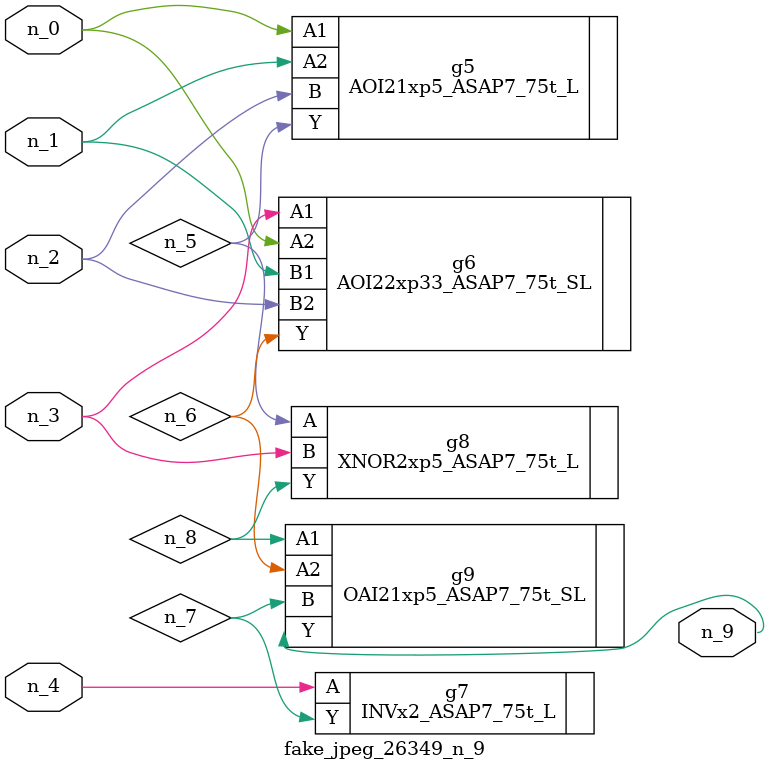
<source format=v>
module fake_jpeg_26349_n_9 (n_3, n_2, n_1, n_0, n_4, n_9);

input n_3;
input n_2;
input n_1;
input n_0;
input n_4;

output n_9;

wire n_8;
wire n_6;
wire n_5;
wire n_7;

AOI21xp5_ASAP7_75t_L g5 ( 
.A1(n_0),
.A2(n_1),
.B(n_2),
.Y(n_5)
);

AOI22xp33_ASAP7_75t_SL g6 ( 
.A1(n_3),
.A2(n_0),
.B1(n_1),
.B2(n_2),
.Y(n_6)
);

INVx2_ASAP7_75t_L g7 ( 
.A(n_4),
.Y(n_7)
);

XNOR2xp5_ASAP7_75t_L g8 ( 
.A(n_5),
.B(n_3),
.Y(n_8)
);

OAI21xp5_ASAP7_75t_SL g9 ( 
.A1(n_8),
.A2(n_6),
.B(n_7),
.Y(n_9)
);


endmodule
</source>
